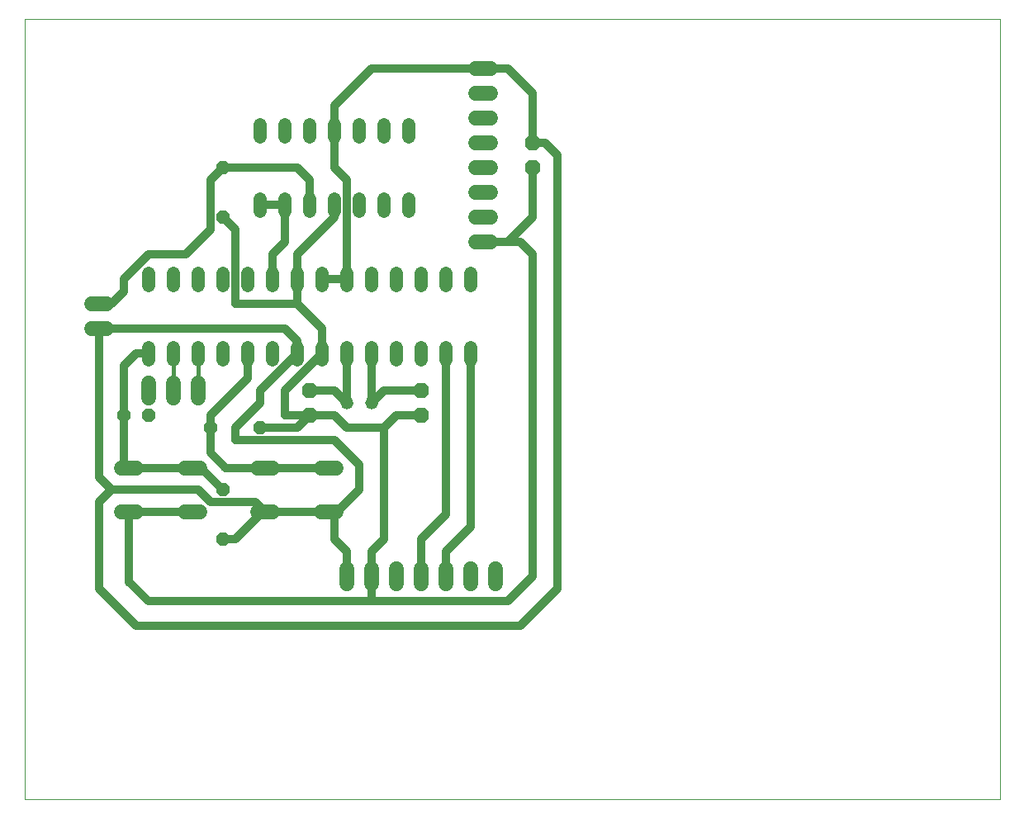
<source format=gbl>
G75*
%MOIN*%
%OFA0B0*%
%FSLAX25Y25*%
%IPPOS*%
%LPD*%
%AMOC8*
5,1,8,0,0,1.08239X$1,22.5*
%
%ADD10C,0.00000*%
%ADD11OC8,0.06300*%
%ADD12C,0.05200*%
%ADD13C,0.06000*%
%ADD14C,0.05200*%
%ADD15OC8,0.05200*%
%ADD16C,0.03200*%
%ADD17C,0.01600*%
D10*
X0001000Y0001000D02*
X0001000Y0315961D01*
X0394701Y0315961D01*
X0394701Y0001000D01*
X0001000Y0001000D01*
D11*
X0116000Y0156000D03*
X0116000Y0166000D03*
X0161000Y0166000D03*
X0161000Y0156000D03*
X0206000Y0256000D03*
X0206000Y0266000D03*
D12*
X0156000Y0268400D02*
X0156000Y0273600D01*
X0146000Y0273600D02*
X0146000Y0268400D01*
X0136000Y0268400D02*
X0136000Y0273600D01*
X0126000Y0273600D02*
X0126000Y0268400D01*
X0116000Y0268400D02*
X0116000Y0273600D01*
X0106000Y0273600D02*
X0106000Y0268400D01*
X0096000Y0268400D02*
X0096000Y0273600D01*
X0096000Y0243600D02*
X0096000Y0238400D01*
X0106000Y0238400D02*
X0106000Y0243600D01*
X0116000Y0243600D02*
X0116000Y0238400D01*
X0126000Y0238400D02*
X0126000Y0243600D01*
X0136000Y0243600D02*
X0136000Y0238400D01*
X0146000Y0238400D02*
X0146000Y0243600D01*
X0156000Y0243600D02*
X0156000Y0238400D01*
X0151000Y0213600D02*
X0151000Y0208400D01*
X0161000Y0208400D02*
X0161000Y0213600D01*
X0171000Y0213600D02*
X0171000Y0208400D01*
X0181000Y0208400D02*
X0181000Y0213600D01*
X0181000Y0183600D02*
X0181000Y0178400D01*
X0171000Y0178400D02*
X0171000Y0183600D01*
X0161000Y0183600D02*
X0161000Y0178400D01*
X0151000Y0178400D02*
X0151000Y0183600D01*
X0141000Y0183600D02*
X0141000Y0178400D01*
X0131000Y0178400D02*
X0131000Y0183600D01*
X0121000Y0183600D02*
X0121000Y0178400D01*
X0111000Y0178400D02*
X0111000Y0183600D01*
X0101000Y0183600D02*
X0101000Y0178400D01*
X0091000Y0178400D02*
X0091000Y0183600D01*
X0081000Y0183600D02*
X0081000Y0178400D01*
X0071000Y0178400D02*
X0071000Y0183600D01*
X0061000Y0183600D02*
X0061000Y0178400D01*
X0051000Y0178400D02*
X0051000Y0183600D01*
X0051000Y0208400D02*
X0051000Y0213600D01*
X0061000Y0213600D02*
X0061000Y0208400D01*
X0071000Y0208400D02*
X0071000Y0213600D01*
X0081000Y0213600D02*
X0081000Y0208400D01*
X0091000Y0208400D02*
X0091000Y0213600D01*
X0101000Y0213600D02*
X0101000Y0208400D01*
X0111000Y0208400D02*
X0111000Y0213600D01*
X0121000Y0213600D02*
X0121000Y0208400D01*
X0131000Y0208400D02*
X0131000Y0213600D01*
X0141000Y0213600D02*
X0141000Y0208400D01*
D13*
X0183000Y0226000D02*
X0189000Y0226000D01*
X0189000Y0236000D02*
X0183000Y0236000D01*
X0183000Y0246000D02*
X0189000Y0246000D01*
X0189000Y0256000D02*
X0183000Y0256000D01*
X0183000Y0266000D02*
X0189000Y0266000D01*
X0189000Y0276000D02*
X0183000Y0276000D01*
X0183000Y0286000D02*
X0189000Y0286000D01*
X0189000Y0296000D02*
X0183000Y0296000D01*
X0034000Y0201000D02*
X0028000Y0201000D01*
X0028000Y0191000D02*
X0034000Y0191000D01*
X0051000Y0169000D02*
X0051000Y0163000D01*
X0061000Y0163000D02*
X0061000Y0169000D01*
X0071000Y0169000D02*
X0071000Y0163000D01*
X0071800Y0134900D02*
X0065800Y0134900D01*
X0046200Y0134900D02*
X0040200Y0134900D01*
X0040200Y0117100D02*
X0046200Y0117100D01*
X0065800Y0117100D02*
X0071800Y0117100D01*
X0095200Y0117100D02*
X0101200Y0117100D01*
X0120800Y0117100D02*
X0126800Y0117100D01*
X0126800Y0134900D02*
X0120800Y0134900D01*
X0101200Y0134900D02*
X0095200Y0134900D01*
X0131000Y0094000D02*
X0131000Y0088000D01*
X0141000Y0088000D02*
X0141000Y0094000D01*
X0151000Y0094000D02*
X0151000Y0088000D01*
X0161000Y0088000D02*
X0161000Y0094000D01*
X0171000Y0094000D02*
X0171000Y0088000D01*
X0181000Y0088000D02*
X0181000Y0094000D01*
X0191000Y0094000D02*
X0191000Y0088000D01*
D14*
X0141000Y0161000D03*
X0131000Y0161000D03*
D15*
X0096000Y0151000D03*
X0076000Y0151000D03*
X0051000Y0156000D03*
X0041000Y0156000D03*
X0081000Y0126000D03*
X0081000Y0106000D03*
X0081000Y0236000D03*
X0081000Y0256000D03*
D16*
X0076000Y0251000D01*
X0076000Y0231000D01*
X0066000Y0221000D01*
X0051000Y0221000D01*
X0041000Y0211000D01*
X0041000Y0206000D01*
X0036000Y0201000D01*
X0031000Y0201000D01*
X0031000Y0191000D02*
X0106000Y0191000D01*
X0111000Y0186000D01*
X0111000Y0181000D01*
X0096000Y0166000D01*
X0096000Y0161000D01*
X0086000Y0151000D01*
X0086000Y0146000D01*
X0126000Y0146000D01*
X0136000Y0136000D01*
X0136000Y0126000D01*
X0125450Y0115450D01*
X0123800Y0117100D01*
X0098200Y0117100D01*
X0094300Y0121000D01*
X0076000Y0121000D01*
X0071000Y0126000D01*
X0036000Y0126000D01*
X0031000Y0121000D01*
X0031000Y0086000D01*
X0046000Y0071000D01*
X0201000Y0071000D01*
X0216000Y0086000D01*
X0216000Y0261000D01*
X0211000Y0266000D01*
X0206000Y0266000D01*
X0206000Y0286000D01*
X0196000Y0296000D01*
X0186000Y0296000D01*
X0141000Y0296000D01*
X0126000Y0281000D01*
X0126000Y0271000D01*
X0126000Y0256000D01*
X0131000Y0251000D01*
X0131000Y0211000D01*
X0121000Y0211000D01*
X0111000Y0211000D02*
X0111000Y0221000D01*
X0126000Y0236000D01*
X0126000Y0241000D01*
X0116000Y0241000D02*
X0116000Y0251000D01*
X0111000Y0256000D01*
X0081000Y0256000D01*
X0096000Y0241000D02*
X0106000Y0241000D01*
X0106000Y0226000D01*
X0101000Y0221000D01*
X0101000Y0211000D01*
X0111000Y0211000D02*
X0111000Y0201000D01*
X0121000Y0191000D01*
X0121000Y0181000D01*
X0106000Y0166000D01*
X0106000Y0156000D01*
X0116000Y0156000D01*
X0126000Y0156000D01*
X0131000Y0151000D01*
X0146000Y0151000D01*
X0146000Y0106000D01*
X0141000Y0101000D01*
X0141000Y0091000D01*
X0141000Y0081000D01*
X0196000Y0081000D01*
X0206000Y0091000D01*
X0206000Y0221000D01*
X0201000Y0226000D01*
X0186000Y0226000D01*
X0196000Y0226000D01*
X0206000Y0236000D01*
X0206000Y0256000D01*
X0181000Y0181000D02*
X0181000Y0111000D01*
X0171000Y0101000D01*
X0171000Y0091000D01*
X0161000Y0091000D02*
X0161000Y0106000D01*
X0171000Y0116000D01*
X0171000Y0181000D01*
X0161000Y0166000D02*
X0146000Y0166000D01*
X0141000Y0161000D01*
X0141000Y0181000D01*
X0131000Y0181000D02*
X0131000Y0161000D01*
X0126000Y0166000D01*
X0116000Y0166000D01*
X0116000Y0156000D02*
X0111000Y0151000D01*
X0096000Y0151000D01*
X0098200Y0134900D02*
X0082100Y0134900D01*
X0076000Y0141000D01*
X0076000Y0151000D01*
X0076000Y0156000D01*
X0091000Y0171000D01*
X0091000Y0181000D01*
X0086000Y0201000D02*
X0111000Y0201000D01*
X0086000Y0201000D02*
X0086000Y0231000D01*
X0081000Y0236000D01*
X0031000Y0191000D02*
X0031000Y0131000D01*
X0036000Y0126000D01*
X0043200Y0117100D02*
X0043200Y0088800D01*
X0051000Y0081000D01*
X0141000Y0081000D01*
X0131000Y0091000D02*
X0131000Y0101000D01*
X0126000Y0106000D01*
X0126000Y0114900D01*
X0125450Y0115450D01*
X0123800Y0134900D02*
X0098200Y0134900D01*
X0081000Y0126000D02*
X0072100Y0134900D01*
X0068800Y0134900D01*
X0043200Y0134900D01*
X0041000Y0137100D01*
X0041000Y0156000D01*
X0041000Y0176000D01*
X0046000Y0181000D01*
X0051000Y0181000D01*
X0043200Y0117100D02*
X0068800Y0117100D01*
X0081000Y0106000D02*
X0086000Y0106000D01*
X0097100Y0117100D01*
X0098200Y0117100D01*
X0146000Y0151000D02*
X0151000Y0156000D01*
X0161000Y0156000D01*
D17*
X0071000Y0166000D02*
X0071000Y0181000D01*
X0061000Y0181000D02*
X0061000Y0166000D01*
M02*

</source>
